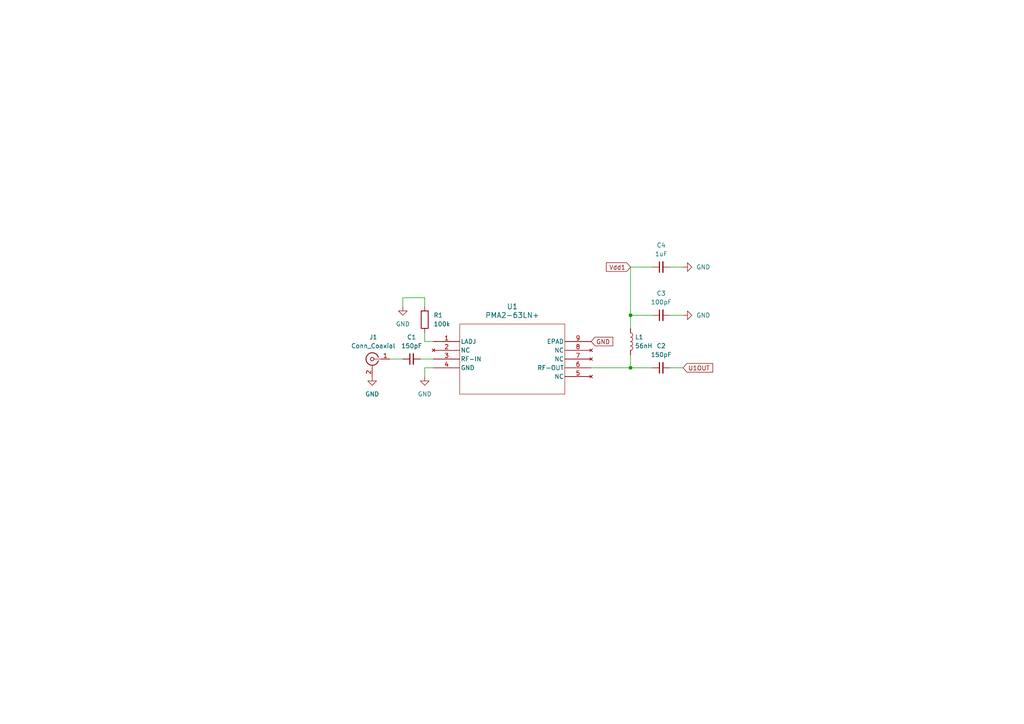
<source format=kicad_sch>
(kicad_sch (version 20230121) (generator eeschema)
  (paper "A4")
  (lib_symbols
    (symbol "Connector:Conn_Coaxial" (pin_names (offset 1.016) hide)
      (property "Reference" "J" (at 0.254 3.048 0))
      (property "Value" "Conn_Coaxial" (at 2.921 0 90))
      (symbol "Conn_Coaxial_0_1"
        (arc (start -1.778 -0.508) (mid 0.2311 -1.8066) (end 1.778 0) (stroke (width 0.254)))
        (polyline (pts (xy -2.54 0) (xy -0.508 0)))
        (polyline (pts (xy 0 -2.54) (xy 0 -1.778)))
        (circle (center 0 0) (radius 0.508) (stroke (width 0.2032)))
        (arc (start 1.778 0) (mid 0.2099 1.8101) (end -1.778 0.508) (stroke (width 0.254)))
      )
      (symbol "Conn_Coaxial_1_1"
        (pin passive line (at -5.08 0 0) (length 2.54) (name "In") (number "1"))
        (pin passive line (at 0 -5.08 90) (length 2.54) (name "Ext") (number "2"))
      )
    )
    (symbol "Device:C_Small" (pin_numbers hide) (pin_names (offset 0.254) hide)
      (property "Reference" "C" (at 0.254 1.778 0))
      (property "Value" "C_Small" (at 0.254 -2.032 0))
      (symbol "C_Small_0_1"
        (polyline (pts (xy -1.524 -0.508) (xy 1.524 -0.508)) (stroke (width 0.3302)))
        (polyline (pts (xy -1.524 0.508) (xy 1.524 0.508)) (stroke (width 0.3048)))
      )
      (symbol "C_Small_1_1"
        (pin passive line (at 0 2.54 270) (length 2.032) (name "~") (number "1"))
        (pin passive line (at 0 -2.54 90) (length 2.032) (name "~") (number "2"))
      )
    )
    (symbol "Device:L" (pin_numbers hide) (pin_names (offset 1.016) hide)
      (property "Reference" "L" (at -1.27 0 90))
      (property "Value" "L" (at 1.905 0 90))
      (symbol "L_0_1"
        (arc (start 0 -2.54) (mid 0.6323 -1.905) (end 0 -1.27))
        (arc (start 0 -1.27) (mid 0.6323 -0.635) (end 0 0))
        (arc (start 0 0) (mid 0.6323 0.635) (end 0 1.27))
        (arc (start 0 1.27) (mid 0.6323 1.905) (end 0 2.54))
      )
      (symbol "L_1_1"
        (pin passive line (at 0 3.81 270) (length 1.27) (name "1") (number "1"))
        (pin passive line (at 0 -3.81 90) (length 1.27) (name "2") (number "2"))
      )
    )
    (symbol "Device:R" (pin_numbers hide) (pin_names (offset 0))
      (property "Reference" "R" (at 2.032 0 90))
      (property "Value" "R" (at 0 0 90))
      (symbol "R_0_1"
        (rectangle (start -1.016 -2.54) (end 1.016 2.54) (stroke (width 0.254)))
      )
      (symbol "R_1_1"
        (pin passive line (at 0 3.81 270) (length 1.27) (name "~") (number "1"))
        (pin passive line (at 0 -3.81 90) (length 1.27) (name "~") (number "2"))
      )
    )
    (symbol "PMA2-63LN+_1" (pin_names (offset 0.254))
      (property "Reference" "U" (at 22.86 10.16 0))
      (property "Value" "PMA2-63LN+" (at 22.86 7.62 0))
      (symbol "PMA2-63LN+_1_0_1"
        (polyline (pts (xy 7.62 -15.24) (xy 38.1 -15.24)) (stroke (width 0.127)))
        (polyline (pts (xy 7.62 5.08) (xy 7.62 -15.24)) (stroke (width 0.127)))
        (polyline (pts (xy 38.1 -15.24) (xy 38.1 5.08)) (stroke (width 0.127)))
        (polyline (pts (xy 38.1 5.08) (xy 7.62 5.08)) (stroke (width 0.127)))
        (pin bidirectional line (at 0 0 0) (length 7.62) (name "LADJ") (number "1"))
        (pin no_connect line (at 0 -2.54 0) (length 7.62) (name "NC") (number "2"))
        (pin input line (at 0 -5.08 0) (length 7.62) (name "RF-IN") (number "3"))
        (pin no_connect line (at 45.72 -10.16 180) (length 7.62) (name "NC") (number "5"))
        (pin output line (at 45.72 -7.62 180) (length 7.62) (name "RF-OUT") (number "6"))
        (pin no_connect line (at 45.72 -5.08 180) (length 7.62) (name "NC") (number "7"))
        (pin no_connect line (at 45.72 -2.54 180) (length 7.62) (name "NC") (number "8"))
      )
      (symbol "PMA2-63LN+_1_1_1"
        (pin power_in line (at 0 -7.62 0) (length 7.62) (name "GND") (number "4"))
        (pin power_in line (at 45.72 0 180) (length 7.62) (name "EPAD") (number "9"))
      )
    )
    (symbol "power:GND" (power) (pin_names (offset 0))
      (property "Value" "GND" (at 0 -3.81 0))
      (symbol "GND_0_1"
        (polyline (pts (xy 0 0) (xy 0 -1.27) (xy 1.27 -1.27) (xy 0 -2.54) (xy -1.27 -1.27) (xy 0 -1.27)))
      )
      (symbol "GND_1_1"
        (pin power_in line (at 0 0 270) (length 0) hide (name "GND") (number "1"))
      )
    )
  )
  (junction (at 182.88 106.68))
  (junction (at 182.88 91.44))
  (wire (pts (xy 116.84 86.36) (xy 116.84 88.9)))
  (wire (pts (xy 189.23 91.44) (xy 182.88 91.44)))
  (wire (pts (xy 123.19 88.9) (xy 123.19 86.36)))
  (wire (pts (xy 194.31 77.47) (xy 198.12 77.47)))
  (wire (pts (xy 123.19 86.36) (xy 116.84 86.36)))
  (wire (pts (xy 113.03 104.14) (xy 116.84 104.14)))
  (wire (pts (xy 182.88 77.47) (xy 182.88 91.44)))
  (wire (pts (xy 182.88 106.68) (xy 189.23 106.68)))
  (wire (pts (xy 123.19 106.68) (xy 123.19 109.22)))
  (wire (pts (xy 189.23 77.47) (xy 182.88 77.47)))
  (wire (pts (xy 182.88 102.87) (xy 182.88 106.68)))
  (wire (pts (xy 123.19 99.06) (xy 123.19 96.52)))
  (wire (pts (xy 125.73 99.06) (xy 123.19 99.06)))
  (wire (pts (xy 125.73 106.68) (xy 123.19 106.68)))
  (wire (pts (xy 171.45 106.68) (xy 182.88 106.68)))
  (wire (pts (xy 194.31 106.68) (xy 198.12 106.68)))
  (wire (pts (xy 121.92 104.14) (xy 125.73 104.14)))
  (wire (pts (xy 194.31 91.44) (xy 198.12 91.44)))
  (wire (pts (xy 182.88 91.44) (xy 182.88 95.25)))
  (global_label "U1OUT" (shape input) (at 198.12 106.68 0) (property "Intersheetrefs" "${INTERSHEET_REFS}" (effects hide)))
  (global_label "GND" (shape input) (at 171.45 99.06 0) (property "Intersheetrefs" "${INTERSHEET_REFS}" (effects hide)))
  (global_label "Vdd1" (shape input) (at 182.88 77.47 180) (property "Intersheetrefs" "${INTERSHEET_REFS}" (effects hide)))
  (symbol (lib_id "Device:C_Small") (at 119.38 104.14 90) (unit 1)
    (property "Reference" "C1" (at 119.3863 97.79 90))
    (property "Value" "150pF" (at 119.3863 100.33 90))
    (property "Footprint" "Capacitor_SMD:C_0402_1005Metric" (effects hide))
  )
  (symbol (lib_id "Device:C_Small") (at 191.77 91.44 90) (unit 1)
    (property "Reference" "C3" (at 191.7763 85.09 90))
    (property "Value" "100pF" (at 191.7763 87.63 90))
    (property "Footprint" "Capacitor_SMD:C_0402_1005Metric" (effects hide))
  )
  (symbol (lib_id "power:GND") (at 198.12 91.44 90) (unit 1)
    (property "Reference" "#PWR06" (effects hide))
    (property "Value" "GND" (at 201.93 91.44 90) (effects (justify right)))
    (instances (project "3_Meter_Dish_LNA" (path "" (reference "#PWR06") (unit 1)) (path "" (reference "#PWR016") (unit 1))))
  )
  (symbol (lib_id "power:GND") (at 123.19 109.22 0) (unit 1)
    (property "Reference" "#PWR016" (effects hide))
    (property "Value" "GND" (at 123.19 114.3 0))
    (instances (project "3_Meter_Dish_LNA" (path "" (reference "#PWR016") (unit 1)) (path "" (reference "#PWR05") (unit 1))))
  )
  (symbol (lib_id "power:GND") (at 198.12 77.47 90) (unit 1)
    (property "Reference" "#PWR05" (effects hide))
    (property "Value" "GND" (at 201.93 77.47 90) (effects (justify right)))
    (instances (project "3_Meter_Dish_LNA" (path "" (reference "#PWR05") (unit 1)) (path "" (reference "#PWR06") (unit 1))))
  )
  (symbol (lib_id "Connector:Conn_Coaxial") (at 107.95 104.14 0) (mirror y) (unit 1)
    (property "Reference" "J1" (at 108.2674 97.79 0))
    (property "Value" "Conn_Coaxial" (at 108.2674 100.33 0))
    (property "Footprint" "Connector_Coaxial:SMA_Molex_73251-1153_EdgeMount_Horizontal" (effects hide))
    (property "Datasheet" " ~" (effects hide))
  )
  (symbol (lib_id "Device:L") (at 182.88 99.06 0) (unit 1)
    (property "Reference" "L1" (at 184.15 97.79 0) (effects (justify left)))
    (property "Value" "56nH" (at 184.15 100.33 0) (effects (justify left)))
    (property "Footprint" "Inductor_SMD:L_0402_1005Metric" (effects hide))
  )
  (symbol (lib_id "Device:C_Small") (at 191.77 106.68 90) (unit 1)
    (property "Reference" "C2" (at 191.7763 100.33 90))
    (property "Value" "150pF" (at 191.7763 102.87 90))
    (property "Footprint" "Capacitor_SMD:C_0402_1005Metric" (effects hide))
    (instances (project "3_Meter_Dish_LNA" (path "" (reference "C2") (unit 1)) (path "" (reference "C4") (unit 1))))
  )
  (symbol (lib_id "power:GND") (at 107.95 109.22 0) (unit 1)
    (property "Reference" "#PWR04" (effects hide))
    (property "Value" "GND" (at 107.95 114.3 0))
    (instances (project "3_Meter_Dish_LNA" (path "" (reference "#PWR04") (unit 1)) (path "" (reference "#PWR01") (unit 1))))
  )
  (symbol (lib_id "Device:R") (at 123.19 92.71 0) (unit 1)
    (property "Reference" "R1" (at 125.73 91.44 0) (effects (justify left)))
    (property "Value" "100k" (at 125.73 93.98 0) (effects (justify left)))
    (property "Footprint" "Resistor_SMD:R_0402_1005Metric" (effects hide))
  )
  (symbol (lib_name "PMA2-63LN+_1") (lib_id "PMA2-63LN+:PMA2-63LN+") (at 125.73 99.06 0) (unit 1)
    (property "Reference" "U1" (at 148.59 88.9 0) (effects (font (size 1.524 1.524))))
    (property "Value" "PMA2-63LN+" (at 148.59 91.44 0) (effects (font (size 1.524 1.524))))
    (property "Footprint" "Imports:SON8_PMA2_MNC" (effects hide))
    (property "Datasheet" "PMA2-63LN+" (effects hide))
  )
  (symbol (lib_id "Device:C_Small") (at 191.77 77.47 90) (unit 1)
    (property "Reference" "C4" (at 191.7763 71.12 90))
    (property "Value" "1uF" (at 191.7763 73.66 90))
    (property "Footprint" "Capacitor_SMD:C_0402_1005Metric" (effects hide))
    (instances (project "3_Meter_Dish_LNA" (path "" (reference "C4") (unit 1)) (path "" (reference "C2") (unit 1))))
  )
  (symbol (lib_id "power:GND") (at 116.84 88.9 0) (unit 1)
    (property "Reference" "#PWR01" (effects hide))
    (property "Value" "GND" (at 116.84 93.98 0))
    (instances (project "3_Meter_Dish_LNA" (path "" (reference "#PWR01") (unit 1)) (path "" (reference "#PWR04") (unit 1))))
  )
)
</source>
